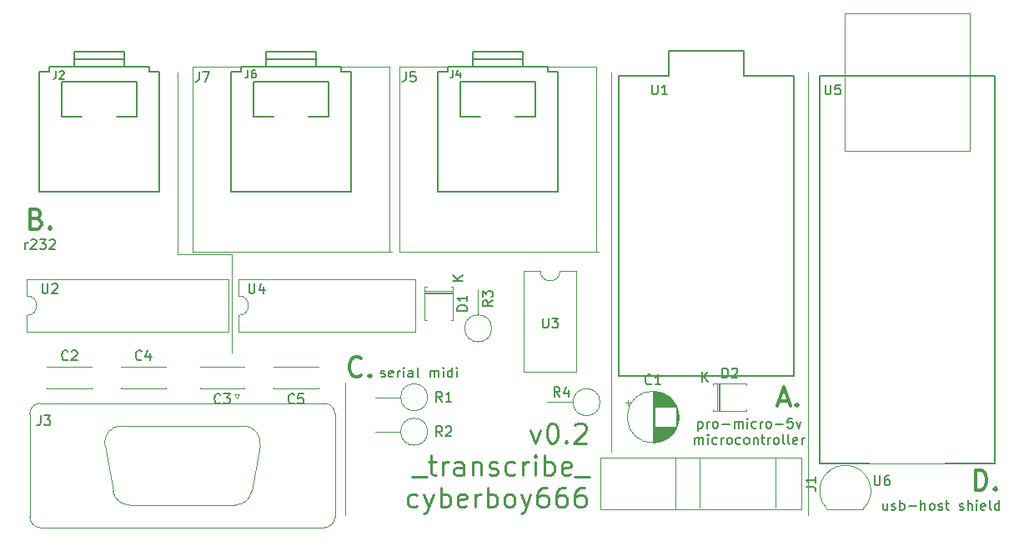
<source format=gto>
G04 #@! TF.GenerationSoftware,KiCad,Pcbnew,(5.1.4-0-10_14)*
G04 #@! TF.CreationDate,2020-03-29T18:28:35+02:00*
G04 #@! TF.ProjectId,transcribe_circuit,7472616e-7363-4726-9962-655f63697263,rev?*
G04 #@! TF.SameCoordinates,Original*
G04 #@! TF.FileFunction,Legend,Top*
G04 #@! TF.FilePolarity,Positive*
%FSLAX46Y46*%
G04 Gerber Fmt 4.6, Leading zero omitted, Abs format (unit mm)*
G04 Created by KiCad (PCBNEW (5.1.4-0-10_14)) date 2020-03-29 18:28:35*
%MOMM*%
%LPD*%
G04 APERTURE LIST*
%ADD10C,0.350000*%
%ADD11C,0.120000*%
%ADD12C,0.250000*%
%ADD13C,0.150000*%
G04 APERTURE END LIST*
D10*
X-193000000Y747595238D02*
X-193000000Y749595238D01*
X-192523809Y749595238D01*
X-192238095Y749500000D01*
X-192047619Y749309523D01*
X-191952380Y749119047D01*
X-191857142Y748738095D01*
X-191857142Y748452380D01*
X-191952380Y748071428D01*
X-192047619Y747880952D01*
X-192238095Y747690476D01*
X-192523809Y747595238D01*
X-193000000Y747595238D01*
X-191000000Y747785714D02*
X-190904761Y747690476D01*
X-191000000Y747595238D01*
X-191095238Y747690476D01*
X-191000000Y747785714D01*
X-191000000Y747595238D01*
D11*
X-268500000Y761500000D02*
X-268500000Y771500000D01*
X-274000000Y771500000D02*
X-274000000Y790000000D01*
X-268500000Y771500000D02*
X-274000000Y771500000D01*
X-257000000Y745000000D02*
X-257000000Y758500000D01*
D12*
X-238162500Y753678571D02*
X-237686309Y752345238D01*
X-237210119Y753678571D01*
X-236067261Y754345238D02*
X-235876785Y754345238D01*
X-235686309Y754250000D01*
X-235591071Y754154761D01*
X-235495833Y753964285D01*
X-235400595Y753583333D01*
X-235400595Y753107142D01*
X-235495833Y752726190D01*
X-235591071Y752535714D01*
X-235686309Y752440476D01*
X-235876785Y752345238D01*
X-236067261Y752345238D01*
X-236257738Y752440476D01*
X-236352976Y752535714D01*
X-236448214Y752726190D01*
X-236543452Y753107142D01*
X-236543452Y753583333D01*
X-236448214Y753964285D01*
X-236352976Y754154761D01*
X-236257738Y754250000D01*
X-236067261Y754345238D01*
X-234543452Y752535714D02*
X-234448214Y752440476D01*
X-234543452Y752345238D01*
X-234638690Y752440476D01*
X-234543452Y752535714D01*
X-234543452Y752345238D01*
X-233686309Y754154761D02*
X-233591071Y754250000D01*
X-233400595Y754345238D01*
X-232924404Y754345238D01*
X-232733928Y754250000D01*
X-232638690Y754154761D01*
X-232543452Y753964285D01*
X-232543452Y753773809D01*
X-232638690Y753488095D01*
X-233781547Y752345238D01*
X-232543452Y752345238D01*
X-250257738Y748904761D02*
X-248733928Y748904761D01*
X-248543452Y750428571D02*
X-247781547Y750428571D01*
X-248257738Y751095238D02*
X-248257738Y749380952D01*
X-248162500Y749190476D01*
X-247972023Y749095238D01*
X-247781547Y749095238D01*
X-247114880Y749095238D02*
X-247114880Y750428571D01*
X-247114880Y750047619D02*
X-247019642Y750238095D01*
X-246924404Y750333333D01*
X-246733928Y750428571D01*
X-246543452Y750428571D01*
X-245019642Y749095238D02*
X-245019642Y750142857D01*
X-245114880Y750333333D01*
X-245305357Y750428571D01*
X-245686309Y750428571D01*
X-245876785Y750333333D01*
X-245019642Y749190476D02*
X-245210119Y749095238D01*
X-245686309Y749095238D01*
X-245876785Y749190476D01*
X-245972023Y749380952D01*
X-245972023Y749571428D01*
X-245876785Y749761904D01*
X-245686309Y749857142D01*
X-245210119Y749857142D01*
X-245019642Y749952380D01*
X-244067261Y750428571D02*
X-244067261Y749095238D01*
X-244067261Y750238095D02*
X-243972023Y750333333D01*
X-243781547Y750428571D01*
X-243495833Y750428571D01*
X-243305357Y750333333D01*
X-243210119Y750142857D01*
X-243210119Y749095238D01*
X-242352976Y749190476D02*
X-242162500Y749095238D01*
X-241781547Y749095238D01*
X-241591071Y749190476D01*
X-241495833Y749380952D01*
X-241495833Y749476190D01*
X-241591071Y749666666D01*
X-241781547Y749761904D01*
X-242067261Y749761904D01*
X-242257738Y749857142D01*
X-242352976Y750047619D01*
X-242352976Y750142857D01*
X-242257738Y750333333D01*
X-242067261Y750428571D01*
X-241781547Y750428571D01*
X-241591071Y750333333D01*
X-239781547Y749190476D02*
X-239972023Y749095238D01*
X-240352976Y749095238D01*
X-240543452Y749190476D01*
X-240638690Y749285714D01*
X-240733928Y749476190D01*
X-240733928Y750047619D01*
X-240638690Y750238095D01*
X-240543452Y750333333D01*
X-240352976Y750428571D01*
X-239972023Y750428571D01*
X-239781547Y750333333D01*
X-238924404Y749095238D02*
X-238924404Y750428571D01*
X-238924404Y750047619D02*
X-238829166Y750238095D01*
X-238733928Y750333333D01*
X-238543452Y750428571D01*
X-238352976Y750428571D01*
X-237686309Y749095238D02*
X-237686309Y750428571D01*
X-237686309Y751095238D02*
X-237781547Y751000000D01*
X-237686309Y750904761D01*
X-237591071Y751000000D01*
X-237686309Y751095238D01*
X-237686309Y750904761D01*
X-236733928Y749095238D02*
X-236733928Y751095238D01*
X-236733928Y750333333D02*
X-236543452Y750428571D01*
X-236162500Y750428571D01*
X-235972023Y750333333D01*
X-235876785Y750238095D01*
X-235781547Y750047619D01*
X-235781547Y749476190D01*
X-235876785Y749285714D01*
X-235972023Y749190476D01*
X-236162500Y749095238D01*
X-236543452Y749095238D01*
X-236733928Y749190476D01*
X-234162500Y749190476D02*
X-234352976Y749095238D01*
X-234733928Y749095238D01*
X-234924404Y749190476D01*
X-235019642Y749380952D01*
X-235019642Y750142857D01*
X-234924404Y750333333D01*
X-234733928Y750428571D01*
X-234352976Y750428571D01*
X-234162500Y750333333D01*
X-234067261Y750142857D01*
X-234067261Y749952380D01*
X-235019642Y749761904D01*
X-233686309Y748904761D02*
X-232162500Y748904761D01*
X-249686309Y745940476D02*
X-249876785Y745845238D01*
X-250257738Y745845238D01*
X-250448214Y745940476D01*
X-250543452Y746035714D01*
X-250638690Y746226190D01*
X-250638690Y746797619D01*
X-250543452Y746988095D01*
X-250448214Y747083333D01*
X-250257738Y747178571D01*
X-249876785Y747178571D01*
X-249686309Y747083333D01*
X-249019642Y747178571D02*
X-248543452Y745845238D01*
X-248067261Y747178571D02*
X-248543452Y745845238D01*
X-248733928Y745369047D01*
X-248829166Y745273809D01*
X-249019642Y745178571D01*
X-247305357Y745845238D02*
X-247305357Y747845238D01*
X-247305357Y747083333D02*
X-247114880Y747178571D01*
X-246733928Y747178571D01*
X-246543452Y747083333D01*
X-246448214Y746988095D01*
X-246352976Y746797619D01*
X-246352976Y746226190D01*
X-246448214Y746035714D01*
X-246543452Y745940476D01*
X-246733928Y745845238D01*
X-247114880Y745845238D01*
X-247305357Y745940476D01*
X-244733928Y745940476D02*
X-244924404Y745845238D01*
X-245305357Y745845238D01*
X-245495833Y745940476D01*
X-245591071Y746130952D01*
X-245591071Y746892857D01*
X-245495833Y747083333D01*
X-245305357Y747178571D01*
X-244924404Y747178571D01*
X-244733928Y747083333D01*
X-244638690Y746892857D01*
X-244638690Y746702380D01*
X-245591071Y746511904D01*
X-243781547Y745845238D02*
X-243781547Y747178571D01*
X-243781547Y746797619D02*
X-243686309Y746988095D01*
X-243591071Y747083333D01*
X-243400595Y747178571D01*
X-243210119Y747178571D01*
X-242543452Y745845238D02*
X-242543452Y747845238D01*
X-242543452Y747083333D02*
X-242352976Y747178571D01*
X-241972023Y747178571D01*
X-241781547Y747083333D01*
X-241686309Y746988095D01*
X-241591071Y746797619D01*
X-241591071Y746226190D01*
X-241686309Y746035714D01*
X-241781547Y745940476D01*
X-241972023Y745845238D01*
X-242352976Y745845238D01*
X-242543452Y745940476D01*
X-240448214Y745845238D02*
X-240638690Y745940476D01*
X-240733928Y746035714D01*
X-240829166Y746226190D01*
X-240829166Y746797619D01*
X-240733928Y746988095D01*
X-240638690Y747083333D01*
X-240448214Y747178571D01*
X-240162500Y747178571D01*
X-239972023Y747083333D01*
X-239876785Y746988095D01*
X-239781547Y746797619D01*
X-239781547Y746226190D01*
X-239876785Y746035714D01*
X-239972023Y745940476D01*
X-240162500Y745845238D01*
X-240448214Y745845238D01*
X-239114880Y747178571D02*
X-238638690Y745845238D01*
X-238162500Y747178571D02*
X-238638690Y745845238D01*
X-238829166Y745369047D01*
X-238924404Y745273809D01*
X-239114880Y745178571D01*
X-236543452Y747845238D02*
X-236924404Y747845238D01*
X-237114880Y747750000D01*
X-237210119Y747654761D01*
X-237400595Y747369047D01*
X-237495833Y746988095D01*
X-237495833Y746226190D01*
X-237400595Y746035714D01*
X-237305357Y745940476D01*
X-237114880Y745845238D01*
X-236733928Y745845238D01*
X-236543452Y745940476D01*
X-236448214Y746035714D01*
X-236352976Y746226190D01*
X-236352976Y746702380D01*
X-236448214Y746892857D01*
X-236543452Y746988095D01*
X-236733928Y747083333D01*
X-237114880Y747083333D01*
X-237305357Y746988095D01*
X-237400595Y746892857D01*
X-237495833Y746702380D01*
X-234638690Y747845238D02*
X-235019642Y747845238D01*
X-235210119Y747750000D01*
X-235305357Y747654761D01*
X-235495833Y747369047D01*
X-235591071Y746988095D01*
X-235591071Y746226190D01*
X-235495833Y746035714D01*
X-235400595Y745940476D01*
X-235210119Y745845238D01*
X-234829166Y745845238D01*
X-234638690Y745940476D01*
X-234543452Y746035714D01*
X-234448214Y746226190D01*
X-234448214Y746702380D01*
X-234543452Y746892857D01*
X-234638690Y746988095D01*
X-234829166Y747083333D01*
X-235210119Y747083333D01*
X-235400595Y746988095D01*
X-235495833Y746892857D01*
X-235591071Y746702380D01*
X-232733928Y747845238D02*
X-233114880Y747845238D01*
X-233305357Y747750000D01*
X-233400595Y747654761D01*
X-233591071Y747369047D01*
X-233686309Y746988095D01*
X-233686309Y746226190D01*
X-233591071Y746035714D01*
X-233495833Y745940476D01*
X-233305357Y745845238D01*
X-232924404Y745845238D01*
X-232733928Y745940476D01*
X-232638690Y746035714D01*
X-232543452Y746226190D01*
X-232543452Y746702380D01*
X-232638690Y746892857D01*
X-232733928Y746988095D01*
X-232924404Y747083333D01*
X-233305357Y747083333D01*
X-233495833Y746988095D01*
X-233591071Y746892857D01*
X-233686309Y746702380D01*
D13*
X-289500000Y772047619D02*
X-289500000Y772714285D01*
X-289500000Y772523809D02*
X-289452380Y772619047D01*
X-289404761Y772666666D01*
X-289309523Y772714285D01*
X-289214285Y772714285D01*
X-288928571Y772952380D02*
X-288880952Y773000000D01*
X-288785714Y773047619D01*
X-288547619Y773047619D01*
X-288452380Y773000000D01*
X-288404761Y772952380D01*
X-288357142Y772857142D01*
X-288357142Y772761904D01*
X-288404761Y772619047D01*
X-288976190Y772047619D01*
X-288357142Y772047619D01*
X-288023809Y773047619D02*
X-287404761Y773047619D01*
X-287738095Y772666666D01*
X-287595238Y772666666D01*
X-287500000Y772619047D01*
X-287452380Y772571428D01*
X-287404761Y772476190D01*
X-287404761Y772238095D01*
X-287452380Y772142857D01*
X-287500000Y772095238D01*
X-287595238Y772047619D01*
X-287880952Y772047619D01*
X-287976190Y772095238D01*
X-288023809Y772142857D01*
X-287023809Y772952380D02*
X-286976190Y773000000D01*
X-286880952Y773047619D01*
X-286642857Y773047619D01*
X-286547619Y773000000D01*
X-286500000Y772952380D01*
X-286452380Y772857142D01*
X-286452380Y772761904D01*
X-286500000Y772619047D01*
X-287071428Y772047619D01*
X-286452380Y772047619D01*
X-253380952Y759095238D02*
X-253285714Y759047619D01*
X-253095238Y759047619D01*
X-253000000Y759095238D01*
X-252952380Y759190476D01*
X-252952380Y759238095D01*
X-253000000Y759333333D01*
X-253095238Y759380952D01*
X-253238095Y759380952D01*
X-253333333Y759428571D01*
X-253380952Y759523809D01*
X-253380952Y759571428D01*
X-253333333Y759666666D01*
X-253238095Y759714285D01*
X-253095238Y759714285D01*
X-253000000Y759666666D01*
X-252142857Y759095238D02*
X-252238095Y759047619D01*
X-252428571Y759047619D01*
X-252523809Y759095238D01*
X-252571428Y759190476D01*
X-252571428Y759571428D01*
X-252523809Y759666666D01*
X-252428571Y759714285D01*
X-252238095Y759714285D01*
X-252142857Y759666666D01*
X-252095238Y759571428D01*
X-252095238Y759476190D01*
X-252571428Y759380952D01*
X-251666666Y759047619D02*
X-251666666Y759714285D01*
X-251666666Y759523809D02*
X-251619047Y759619047D01*
X-251571428Y759666666D01*
X-251476190Y759714285D01*
X-251380952Y759714285D01*
X-251047619Y759047619D02*
X-251047619Y759714285D01*
X-251047619Y760047619D02*
X-251095238Y760000000D01*
X-251047619Y759952380D01*
X-251000000Y760000000D01*
X-251047619Y760047619D01*
X-251047619Y759952380D01*
X-250142857Y759047619D02*
X-250142857Y759571428D01*
X-250190476Y759666666D01*
X-250285714Y759714285D01*
X-250476190Y759714285D01*
X-250571428Y759666666D01*
X-250142857Y759095238D02*
X-250238095Y759047619D01*
X-250476190Y759047619D01*
X-250571428Y759095238D01*
X-250619047Y759190476D01*
X-250619047Y759285714D01*
X-250571428Y759380952D01*
X-250476190Y759428571D01*
X-250238095Y759428571D01*
X-250142857Y759476190D01*
X-249523809Y759047619D02*
X-249619047Y759095238D01*
X-249666666Y759190476D01*
X-249666666Y760047619D01*
X-248380952Y759047619D02*
X-248380952Y759714285D01*
X-248380952Y759619047D02*
X-248333333Y759666666D01*
X-248238095Y759714285D01*
X-248095238Y759714285D01*
X-248000000Y759666666D01*
X-247952380Y759571428D01*
X-247952380Y759047619D01*
X-247952380Y759571428D02*
X-247904761Y759666666D01*
X-247809523Y759714285D01*
X-247666666Y759714285D01*
X-247571428Y759666666D01*
X-247523809Y759571428D01*
X-247523809Y759047619D01*
X-247047619Y759047619D02*
X-247047619Y759714285D01*
X-247047619Y760047619D02*
X-247095238Y760000000D01*
X-247047619Y759952380D01*
X-247000000Y760000000D01*
X-247047619Y760047619D01*
X-247047619Y759952380D01*
X-246142857Y759047619D02*
X-246142857Y760047619D01*
X-246142857Y759095238D02*
X-246238095Y759047619D01*
X-246428571Y759047619D01*
X-246523809Y759095238D01*
X-246571428Y759142857D01*
X-246619047Y759238095D01*
X-246619047Y759523809D01*
X-246571428Y759619047D01*
X-246523809Y759666666D01*
X-246428571Y759714285D01*
X-246238095Y759714285D01*
X-246142857Y759666666D01*
X-245666666Y759047619D02*
X-245666666Y759714285D01*
X-245666666Y760047619D02*
X-245714285Y760000000D01*
X-245666666Y759952380D01*
X-245619047Y760000000D01*
X-245666666Y760047619D01*
X-245666666Y759952380D01*
X-221166666Y754539285D02*
X-221166666Y753539285D01*
X-221166666Y754491666D02*
X-221071428Y754539285D01*
X-220880952Y754539285D01*
X-220785714Y754491666D01*
X-220738095Y754444047D01*
X-220690476Y754348809D01*
X-220690476Y754063095D01*
X-220738095Y753967857D01*
X-220785714Y753920238D01*
X-220880952Y753872619D01*
X-221071428Y753872619D01*
X-221166666Y753920238D01*
X-220261904Y753872619D02*
X-220261904Y754539285D01*
X-220261904Y754348809D02*
X-220214285Y754444047D01*
X-220166666Y754491666D01*
X-220071428Y754539285D01*
X-219976190Y754539285D01*
X-219500000Y753872619D02*
X-219595238Y753920238D01*
X-219642857Y753967857D01*
X-219690476Y754063095D01*
X-219690476Y754348809D01*
X-219642857Y754444047D01*
X-219595238Y754491666D01*
X-219500000Y754539285D01*
X-219357142Y754539285D01*
X-219261904Y754491666D01*
X-219214285Y754444047D01*
X-219166666Y754348809D01*
X-219166666Y754063095D01*
X-219214285Y753967857D01*
X-219261904Y753920238D01*
X-219357142Y753872619D01*
X-219500000Y753872619D01*
X-218738095Y754253571D02*
X-217976190Y754253571D01*
X-217500000Y753872619D02*
X-217500000Y754539285D01*
X-217500000Y754444047D02*
X-217452380Y754491666D01*
X-217357142Y754539285D01*
X-217214285Y754539285D01*
X-217119047Y754491666D01*
X-217071428Y754396428D01*
X-217071428Y753872619D01*
X-217071428Y754396428D02*
X-217023809Y754491666D01*
X-216928571Y754539285D01*
X-216785714Y754539285D01*
X-216690476Y754491666D01*
X-216642857Y754396428D01*
X-216642857Y753872619D01*
X-216166666Y753872619D02*
X-216166666Y754539285D01*
X-216166666Y754872619D02*
X-216214285Y754825000D01*
X-216166666Y754777380D01*
X-216119047Y754825000D01*
X-216166666Y754872619D01*
X-216166666Y754777380D01*
X-215261904Y753920238D02*
X-215357142Y753872619D01*
X-215547619Y753872619D01*
X-215642857Y753920238D01*
X-215690476Y753967857D01*
X-215738095Y754063095D01*
X-215738095Y754348809D01*
X-215690476Y754444047D01*
X-215642857Y754491666D01*
X-215547619Y754539285D01*
X-215357142Y754539285D01*
X-215261904Y754491666D01*
X-214833333Y753872619D02*
X-214833333Y754539285D01*
X-214833333Y754348809D02*
X-214785714Y754444047D01*
X-214738095Y754491666D01*
X-214642857Y754539285D01*
X-214547619Y754539285D01*
X-214071428Y753872619D02*
X-214166666Y753920238D01*
X-214214285Y753967857D01*
X-214261904Y754063095D01*
X-214261904Y754348809D01*
X-214214285Y754444047D01*
X-214166666Y754491666D01*
X-214071428Y754539285D01*
X-213928571Y754539285D01*
X-213833333Y754491666D01*
X-213785714Y754444047D01*
X-213738095Y754348809D01*
X-213738095Y754063095D01*
X-213785714Y753967857D01*
X-213833333Y753920238D01*
X-213928571Y753872619D01*
X-214071428Y753872619D01*
X-213309523Y754253571D02*
X-212547619Y754253571D01*
X-211595238Y754872619D02*
X-212071428Y754872619D01*
X-212119047Y754396428D01*
X-212071428Y754444047D01*
X-211976190Y754491666D01*
X-211738095Y754491666D01*
X-211642857Y754444047D01*
X-211595238Y754396428D01*
X-211547619Y754301190D01*
X-211547619Y754063095D01*
X-211595238Y753967857D01*
X-211642857Y753920238D01*
X-211738095Y753872619D01*
X-211976190Y753872619D01*
X-212071428Y753920238D01*
X-212119047Y753967857D01*
X-211214285Y754539285D02*
X-210976190Y753872619D01*
X-210738095Y754539285D01*
X-221500000Y752222619D02*
X-221500000Y752889285D01*
X-221500000Y752794047D02*
X-221452380Y752841666D01*
X-221357142Y752889285D01*
X-221214285Y752889285D01*
X-221119047Y752841666D01*
X-221071428Y752746428D01*
X-221071428Y752222619D01*
X-221071428Y752746428D02*
X-221023809Y752841666D01*
X-220928571Y752889285D01*
X-220785714Y752889285D01*
X-220690476Y752841666D01*
X-220642857Y752746428D01*
X-220642857Y752222619D01*
X-220166666Y752222619D02*
X-220166666Y752889285D01*
X-220166666Y753222619D02*
X-220214285Y753175000D01*
X-220166666Y753127380D01*
X-220119047Y753175000D01*
X-220166666Y753222619D01*
X-220166666Y753127380D01*
X-219261904Y752270238D02*
X-219357142Y752222619D01*
X-219547619Y752222619D01*
X-219642857Y752270238D01*
X-219690476Y752317857D01*
X-219738095Y752413095D01*
X-219738095Y752698809D01*
X-219690476Y752794047D01*
X-219642857Y752841666D01*
X-219547619Y752889285D01*
X-219357142Y752889285D01*
X-219261904Y752841666D01*
X-218833333Y752222619D02*
X-218833333Y752889285D01*
X-218833333Y752698809D02*
X-218785714Y752794047D01*
X-218738095Y752841666D01*
X-218642857Y752889285D01*
X-218547619Y752889285D01*
X-218071428Y752222619D02*
X-218166666Y752270238D01*
X-218214285Y752317857D01*
X-218261904Y752413095D01*
X-218261904Y752698809D01*
X-218214285Y752794047D01*
X-218166666Y752841666D01*
X-218071428Y752889285D01*
X-217928571Y752889285D01*
X-217833333Y752841666D01*
X-217785714Y752794047D01*
X-217738095Y752698809D01*
X-217738095Y752413095D01*
X-217785714Y752317857D01*
X-217833333Y752270238D01*
X-217928571Y752222619D01*
X-218071428Y752222619D01*
X-216880952Y752270238D02*
X-216976190Y752222619D01*
X-217166666Y752222619D01*
X-217261904Y752270238D01*
X-217309523Y752317857D01*
X-217357142Y752413095D01*
X-217357142Y752698809D01*
X-217309523Y752794047D01*
X-217261904Y752841666D01*
X-217166666Y752889285D01*
X-216976190Y752889285D01*
X-216880952Y752841666D01*
X-216309523Y752222619D02*
X-216404761Y752270238D01*
X-216452380Y752317857D01*
X-216500000Y752413095D01*
X-216500000Y752698809D01*
X-216452380Y752794047D01*
X-216404761Y752841666D01*
X-216309523Y752889285D01*
X-216166666Y752889285D01*
X-216071428Y752841666D01*
X-216023809Y752794047D01*
X-215976190Y752698809D01*
X-215976190Y752413095D01*
X-216023809Y752317857D01*
X-216071428Y752270238D01*
X-216166666Y752222619D01*
X-216309523Y752222619D01*
X-215547619Y752889285D02*
X-215547619Y752222619D01*
X-215547619Y752794047D02*
X-215500000Y752841666D01*
X-215404761Y752889285D01*
X-215261904Y752889285D01*
X-215166666Y752841666D01*
X-215119047Y752746428D01*
X-215119047Y752222619D01*
X-214785714Y752889285D02*
X-214404761Y752889285D01*
X-214642857Y753222619D02*
X-214642857Y752365476D01*
X-214595238Y752270238D01*
X-214500000Y752222619D01*
X-214404761Y752222619D01*
X-214071428Y752222619D02*
X-214071428Y752889285D01*
X-214071428Y752698809D02*
X-214023809Y752794047D01*
X-213976190Y752841666D01*
X-213880952Y752889285D01*
X-213785714Y752889285D01*
X-213309523Y752222619D02*
X-213404761Y752270238D01*
X-213452380Y752317857D01*
X-213500000Y752413095D01*
X-213500000Y752698809D01*
X-213452380Y752794047D01*
X-213404761Y752841666D01*
X-213309523Y752889285D01*
X-213166666Y752889285D01*
X-213071428Y752841666D01*
X-213023809Y752794047D01*
X-212976190Y752698809D01*
X-212976190Y752413095D01*
X-213023809Y752317857D01*
X-213071428Y752270238D01*
X-213166666Y752222619D01*
X-213309523Y752222619D01*
X-212404761Y752222619D02*
X-212500000Y752270238D01*
X-212547619Y752365476D01*
X-212547619Y753222619D01*
X-211880952Y752222619D02*
X-211976190Y752270238D01*
X-212023809Y752365476D01*
X-212023809Y753222619D01*
X-211119047Y752270238D02*
X-211214285Y752222619D01*
X-211404761Y752222619D01*
X-211499999Y752270238D01*
X-211547619Y752365476D01*
X-211547619Y752746428D01*
X-211499999Y752841666D01*
X-211404761Y752889285D01*
X-211214285Y752889285D01*
X-211119047Y752841666D01*
X-211071428Y752746428D01*
X-211071428Y752651190D01*
X-211547619Y752555952D01*
X-210642857Y752222619D02*
X-210642857Y752889285D01*
X-210642857Y752698809D02*
X-210595238Y752794047D01*
X-210547619Y752841666D01*
X-210452380Y752889285D01*
X-210357142Y752889285D01*
X-201976190Y746214285D02*
X-201976190Y745547619D01*
X-202404761Y746214285D02*
X-202404761Y745690476D01*
X-202357142Y745595238D01*
X-202261904Y745547619D01*
X-202119047Y745547619D01*
X-202023809Y745595238D01*
X-201976190Y745642857D01*
X-201547619Y745595238D02*
X-201452380Y745547619D01*
X-201261904Y745547619D01*
X-201166666Y745595238D01*
X-201119047Y745690476D01*
X-201119047Y745738095D01*
X-201166666Y745833333D01*
X-201261904Y745880952D01*
X-201404761Y745880952D01*
X-201500000Y745928571D01*
X-201547619Y746023809D01*
X-201547619Y746071428D01*
X-201500000Y746166666D01*
X-201404761Y746214285D01*
X-201261904Y746214285D01*
X-201166666Y746166666D01*
X-200690476Y745547619D02*
X-200690476Y746547619D01*
X-200690476Y746166666D02*
X-200595238Y746214285D01*
X-200404761Y746214285D01*
X-200309523Y746166666D01*
X-200261904Y746119047D01*
X-200214285Y746023809D01*
X-200214285Y745738095D01*
X-200261904Y745642857D01*
X-200309523Y745595238D01*
X-200404761Y745547619D01*
X-200595238Y745547619D01*
X-200690476Y745595238D01*
X-199785714Y745928571D02*
X-199023809Y745928571D01*
X-198547619Y745547619D02*
X-198547619Y746547619D01*
X-198119047Y745547619D02*
X-198119047Y746071428D01*
X-198166666Y746166666D01*
X-198261904Y746214285D01*
X-198404761Y746214285D01*
X-198500000Y746166666D01*
X-198547619Y746119047D01*
X-197500000Y745547619D02*
X-197595238Y745595238D01*
X-197642857Y745642857D01*
X-197690476Y745738095D01*
X-197690476Y746023809D01*
X-197642857Y746119047D01*
X-197595238Y746166666D01*
X-197500000Y746214285D01*
X-197357142Y746214285D01*
X-197261904Y746166666D01*
X-197214285Y746119047D01*
X-197166666Y746023809D01*
X-197166666Y745738095D01*
X-197214285Y745642857D01*
X-197261904Y745595238D01*
X-197357142Y745547619D01*
X-197500000Y745547619D01*
X-196785714Y745595238D02*
X-196690476Y745547619D01*
X-196500000Y745547619D01*
X-196404761Y745595238D01*
X-196357142Y745690476D01*
X-196357142Y745738095D01*
X-196404761Y745833333D01*
X-196500000Y745880952D01*
X-196642857Y745880952D01*
X-196738095Y745928571D01*
X-196785714Y746023809D01*
X-196785714Y746071428D01*
X-196738095Y746166666D01*
X-196642857Y746214285D01*
X-196500000Y746214285D01*
X-196404761Y746166666D01*
X-196071428Y746214285D02*
X-195690476Y746214285D01*
X-195928571Y746547619D02*
X-195928571Y745690476D01*
X-195880952Y745595238D01*
X-195785714Y745547619D01*
X-195690476Y745547619D01*
X-194642857Y745595238D02*
X-194547619Y745547619D01*
X-194357142Y745547619D01*
X-194261904Y745595238D01*
X-194214285Y745690476D01*
X-194214285Y745738095D01*
X-194261904Y745833333D01*
X-194357142Y745880952D01*
X-194500000Y745880952D01*
X-194595238Y745928571D01*
X-194642857Y746023809D01*
X-194642857Y746071428D01*
X-194595238Y746166666D01*
X-194500000Y746214285D01*
X-194357142Y746214285D01*
X-194261904Y746166666D01*
X-193785714Y745547619D02*
X-193785714Y746547619D01*
X-193357142Y745547619D02*
X-193357142Y746071428D01*
X-193404761Y746166666D01*
X-193500000Y746214285D01*
X-193642857Y746214285D01*
X-193738095Y746166666D01*
X-193785714Y746119047D01*
X-192880952Y745547619D02*
X-192880952Y746214285D01*
X-192880952Y746547619D02*
X-192928571Y746500000D01*
X-192880952Y746452380D01*
X-192833333Y746500000D01*
X-192880952Y746547619D01*
X-192880952Y746452380D01*
X-192023809Y745595238D02*
X-192119047Y745547619D01*
X-192309523Y745547619D01*
X-192404761Y745595238D01*
X-192452380Y745690476D01*
X-192452380Y746071428D01*
X-192404761Y746166666D01*
X-192309523Y746214285D01*
X-192119047Y746214285D01*
X-192023809Y746166666D01*
X-191976190Y746071428D01*
X-191976190Y745976190D01*
X-192452380Y745880952D01*
X-191404761Y745547619D02*
X-191500000Y745595238D01*
X-191547619Y745690476D01*
X-191547619Y746547619D01*
X-190595238Y745547619D02*
X-190595238Y746547619D01*
X-190595238Y745595238D02*
X-190690476Y745547619D01*
X-190880952Y745547619D01*
X-190976190Y745595238D01*
X-191023809Y745642857D01*
X-191071428Y745738095D01*
X-191071428Y746023809D01*
X-191023809Y746119047D01*
X-190976190Y746166666D01*
X-190880952Y746214285D01*
X-190690476Y746214285D01*
X-190595238Y746166666D01*
D10*
X-255357142Y759285714D02*
X-255452380Y759190476D01*
X-255738095Y759095238D01*
X-255928571Y759095238D01*
X-256214285Y759190476D01*
X-256404761Y759380952D01*
X-256500000Y759571428D01*
X-256595238Y759952380D01*
X-256595238Y760238095D01*
X-256500000Y760619047D01*
X-256404761Y760809523D01*
X-256214285Y761000000D01*
X-255928571Y761095238D01*
X-255738095Y761095238D01*
X-255452380Y761000000D01*
X-255357142Y760904761D01*
X-254500000Y759285714D02*
X-254404761Y759190476D01*
X-254500000Y759095238D01*
X-254595238Y759190476D01*
X-254500000Y759285714D01*
X-254500000Y759095238D01*
X-288333333Y775142857D02*
X-288047619Y775047619D01*
X-287952380Y774952380D01*
X-287857142Y774761904D01*
X-287857142Y774476190D01*
X-287952380Y774285714D01*
X-288047619Y774190476D01*
X-288238095Y774095238D01*
X-289000000Y774095238D01*
X-289000000Y776095238D01*
X-288333333Y776095238D01*
X-288142857Y776000000D01*
X-288047619Y775904761D01*
X-287952380Y775714285D01*
X-287952380Y775523809D01*
X-288047619Y775333333D01*
X-288142857Y775238095D01*
X-288333333Y775142857D01*
X-289000000Y775142857D01*
X-287000000Y774285714D02*
X-286904761Y774190476D01*
X-287000000Y774095238D01*
X-287095238Y774190476D01*
X-287000000Y774285714D01*
X-287000000Y774095238D01*
X-212952380Y756666666D02*
X-212000000Y756666666D01*
X-213142857Y756095238D02*
X-212476190Y758095238D01*
X-211809523Y756095238D01*
X-211142857Y756285714D02*
X-211047619Y756190476D01*
X-211142857Y756095238D01*
X-211238095Y756190476D01*
X-211142857Y756285714D01*
X-211142857Y756095238D01*
D11*
X-230000000Y790000000D02*
X-230000000Y751500000D01*
X-210000000Y745000000D02*
X-210000000Y754000000D01*
X-210000000Y790000000D02*
X-210000000Y745000000D01*
X-246260000Y768260000D02*
X-246080000Y768260000D01*
X-246080000Y768260000D02*
X-246080000Y764820000D01*
X-246080000Y764820000D02*
X-246260000Y764820000D01*
X-248740000Y768260000D02*
X-248920000Y768260000D01*
X-248920000Y768260000D02*
X-248920000Y764820000D01*
X-248920000Y764820000D02*
X-248740000Y764820000D01*
X-246080000Y767660000D02*
X-248920000Y767660000D01*
X-246080000Y767540000D02*
X-248920000Y767540000D01*
X-246080000Y767780000D02*
X-248920000Y767780000D01*
X-252500000Y771750000D02*
X-252500000Y790540000D01*
X-252500000Y790540000D02*
X-272500000Y790540000D01*
X-272500000Y771750000D02*
X-272500000Y790540000D01*
X-252250000Y771750000D02*
X-272500000Y771750000D01*
D13*
X-235404000Y777904000D02*
X-247596000Y777904000D01*
X-235404000Y790096000D02*
X-235404000Y777904000D01*
X-247596000Y777904000D02*
X-247596000Y790096000D01*
X-244040000Y792128000D02*
X-238960000Y792128000D01*
X-236420000Y790604000D02*
X-236420000Y790096000D01*
X-246580000Y790604000D02*
X-236420000Y790604000D01*
X-246580000Y790350000D02*
X-246580000Y790604000D01*
X-246580000Y790096000D02*
X-246580000Y790350000D01*
X-244040000Y791366000D02*
X-238960000Y791366000D01*
X-238960000Y790604000D02*
X-238960000Y792128000D01*
X-244040000Y792128000D02*
X-244040000Y790604000D01*
X-235404000Y790096000D02*
X-236420000Y790096000D01*
X-246580000Y790096000D02*
X-247596000Y790096000D01*
X-237690000Y785524000D02*
X-239722000Y785524000D01*
X-237690000Y789080000D02*
X-237690000Y785524000D01*
X-245310000Y789080000D02*
X-237690000Y789080000D01*
X-245310000Y785524000D02*
X-245310000Y789080000D01*
X-243278000Y785524000D02*
X-245310000Y785524000D01*
X-208790000Y789630000D02*
X-191010000Y789630000D01*
X-208790000Y750260000D02*
X-208790000Y789630000D01*
X-203710000Y750260000D02*
X-208790000Y750260000D01*
X-191010000Y750260000D02*
X-196090000Y750260000D01*
X-191010000Y750260000D02*
X-191010000Y789630000D01*
D11*
X-203710000Y750260000D02*
X-196090000Y750260000D01*
X-206250000Y782010000D02*
X-193550000Y782010000D01*
X-193550000Y782010000D02*
X-193550000Y795980000D01*
X-193550000Y795980000D02*
X-206250000Y795980000D01*
X-206250000Y795980000D02*
X-206250000Y782010000D01*
X-251370000Y753500000D02*
X-253980000Y753500000D01*
X-248630000Y753500000D02*
G75*
G03X-248630000Y753500000I-1370000J0D01*
G01*
X-287965000Y756390000D02*
G75*
G03X-289025000Y755330000I0J-1060000D01*
G01*
X-258055000Y755330000D02*
G75*
G03X-259115000Y756390000I-1060000J0D01*
G01*
X-287965000Y743770000D02*
G75*
G02X-289025000Y744830000I0J1060000D01*
G01*
X-259115000Y743770000D02*
G75*
G03X-258055000Y744830000I0J1060000D01*
G01*
X-281406470Y752141744D02*
G75*
G02X-279771689Y754090000I1634781J288256D01*
G01*
X-265673530Y752141744D02*
G75*
G03X-267308311Y754090000I-1634781J288256D01*
G01*
X-280577733Y747441744D02*
G75*
G03X-278942952Y746070000I1634781J288256D01*
G01*
X-266502267Y747441744D02*
G75*
G02X-268137048Y746070000I-1634781J288256D01*
G01*
X-287965000Y756390000D02*
X-259115000Y756390000D01*
X-258055000Y755330000D02*
X-258055000Y744830000D01*
X-259115000Y743770000D02*
X-287965000Y743770000D01*
X-289025000Y744830000D02*
X-289025000Y755330000D01*
X-268250000Y757284338D02*
X-267750000Y757284338D01*
X-267750000Y757284338D02*
X-268000000Y756851325D01*
X-268000000Y756851325D02*
X-268250000Y757284338D01*
X-279771689Y754090000D02*
X-267308311Y754090000D01*
X-278942952Y746070000D02*
X-268137048Y746070000D01*
X-265673530Y752141744D02*
X-266502267Y747441744D01*
X-281406470Y752141744D02*
X-280577733Y747441744D01*
X-289330000Y767310000D02*
G75*
G02X-289330000Y765310000I0J-1000000D01*
G01*
X-289330000Y765310000D02*
X-289330000Y763660000D01*
X-289330000Y763660000D02*
X-268890000Y763660000D01*
X-268890000Y763660000D02*
X-268890000Y768960000D01*
X-268890000Y768960000D02*
X-289330000Y768960000D01*
X-289330000Y768960000D02*
X-289330000Y767310000D01*
X-208030000Y745650000D02*
X-204430000Y745650000D01*
X-208068478Y745661522D02*
G75*
G02X-206230000Y750100000I1838478J1838478D01*
G01*
X-204391522Y745661522D02*
G75*
G03X-206230000Y750100000I-1838478J1838478D01*
G01*
X-235190000Y769830000D02*
G75*
G02X-237190000Y769830000I-1000000J0D01*
G01*
X-237190000Y769830000D02*
X-238840000Y769830000D01*
X-238840000Y769830000D02*
X-238840000Y759550000D01*
X-238840000Y759550000D02*
X-233540000Y759550000D01*
X-233540000Y759550000D02*
X-233540000Y769830000D01*
X-233540000Y769830000D02*
X-235190000Y769830000D01*
X-242130000Y764000000D02*
G75*
G03X-242130000Y764000000I-1370000J0D01*
G01*
X-243500000Y765370000D02*
X-243500000Y767980000D01*
X-233870000Y756500000D02*
X-236480000Y756500000D01*
X-231130000Y756500000D02*
G75*
G03X-231130000Y756500000I-1370000J0D01*
G01*
X-248630000Y757000000D02*
G75*
G03X-248630000Y757000000I-1370000J0D01*
G01*
X-251370000Y757000000D02*
X-253980000Y757000000D01*
X-267830000Y767310000D02*
G75*
G02X-267830000Y765310000I0J-1000000D01*
G01*
X-267830000Y765310000D02*
X-267830000Y763660000D01*
X-267830000Y763660000D02*
X-249930000Y763660000D01*
X-249930000Y763660000D02*
X-249930000Y768960000D01*
X-249930000Y768960000D02*
X-267830000Y768960000D01*
X-267830000Y768960000D02*
X-267830000Y767310000D01*
D13*
X-211410000Y759160000D02*
X-229190000Y759160000D01*
X-211410000Y789640000D02*
X-211410000Y759160000D01*
X-216490000Y789640000D02*
X-211410000Y789640000D01*
X-216490000Y792180000D02*
X-216490000Y789640000D01*
X-224110000Y792180000D02*
X-216490000Y792180000D01*
X-224110000Y789640000D02*
X-224110000Y792180000D01*
X-229190000Y789640000D02*
X-224110000Y789640000D01*
X-229190000Y789640000D02*
X-229190000Y759160000D01*
D11*
X-223130000Y755000000D02*
G75*
G03X-223130000Y755000000I-2620000J0D01*
G01*
X-225750000Y757580000D02*
X-225750000Y752420000D01*
X-225710000Y757580000D02*
X-225710000Y752420000D01*
X-225670000Y757579000D02*
X-225670000Y752421000D01*
X-225630000Y757578000D02*
X-225630000Y752422000D01*
X-225590000Y757576000D02*
X-225590000Y752424000D01*
X-225550000Y757573000D02*
X-225550000Y752427000D01*
X-225510000Y757569000D02*
X-225510000Y756040000D01*
X-225510000Y753960000D02*
X-225510000Y752431000D01*
X-225470000Y757565000D02*
X-225470000Y756040000D01*
X-225470000Y753960000D02*
X-225470000Y752435000D01*
X-225430000Y757561000D02*
X-225430000Y756040000D01*
X-225430000Y753960000D02*
X-225430000Y752439000D01*
X-225390000Y757556000D02*
X-225390000Y756040000D01*
X-225390000Y753960000D02*
X-225390000Y752444000D01*
X-225350000Y757550000D02*
X-225350000Y756040000D01*
X-225350000Y753960000D02*
X-225350000Y752450000D01*
X-225310000Y757543000D02*
X-225310000Y756040000D01*
X-225310000Y753960000D02*
X-225310000Y752457000D01*
X-225270000Y757536000D02*
X-225270000Y756040000D01*
X-225270000Y753960000D02*
X-225270000Y752464000D01*
X-225230000Y757528000D02*
X-225230000Y756040000D01*
X-225230000Y753960000D02*
X-225230000Y752472000D01*
X-225190000Y757520000D02*
X-225190000Y756040000D01*
X-225190000Y753960000D02*
X-225190000Y752480000D01*
X-225150000Y757511000D02*
X-225150000Y756040000D01*
X-225150000Y753960000D02*
X-225150000Y752489000D01*
X-225110000Y757501000D02*
X-225110000Y756040000D01*
X-225110000Y753960000D02*
X-225110000Y752499000D01*
X-225070000Y757491000D02*
X-225070000Y756040000D01*
X-225070000Y753960000D02*
X-225070000Y752509000D01*
X-225029000Y757480000D02*
X-225029000Y756040000D01*
X-225029000Y753960000D02*
X-225029000Y752520000D01*
X-224989000Y757468000D02*
X-224989000Y756040000D01*
X-224989000Y753960000D02*
X-224989000Y752532000D01*
X-224949000Y757455000D02*
X-224949000Y756040000D01*
X-224949000Y753960000D02*
X-224949000Y752545000D01*
X-224909000Y757442000D02*
X-224909000Y756040000D01*
X-224909000Y753960000D02*
X-224909000Y752558000D01*
X-224869000Y757428000D02*
X-224869000Y756040000D01*
X-224869000Y753960000D02*
X-224869000Y752572000D01*
X-224829000Y757414000D02*
X-224829000Y756040000D01*
X-224829000Y753960000D02*
X-224829000Y752586000D01*
X-224789000Y757398000D02*
X-224789000Y756040000D01*
X-224789000Y753960000D02*
X-224789000Y752602000D01*
X-224749000Y757382000D02*
X-224749000Y756040000D01*
X-224749000Y753960000D02*
X-224749000Y752618000D01*
X-224709000Y757365000D02*
X-224709000Y756040000D01*
X-224709000Y753960000D02*
X-224709000Y752635000D01*
X-224669000Y757348000D02*
X-224669000Y756040000D01*
X-224669000Y753960000D02*
X-224669000Y752652000D01*
X-224629000Y757329000D02*
X-224629000Y756040000D01*
X-224629000Y753960000D02*
X-224629000Y752671000D01*
X-224589000Y757310000D02*
X-224589000Y756040000D01*
X-224589000Y753960000D02*
X-224589000Y752690000D01*
X-224549000Y757290000D02*
X-224549000Y756040000D01*
X-224549000Y753960000D02*
X-224549000Y752710000D01*
X-224509000Y757268000D02*
X-224509000Y756040000D01*
X-224509000Y753960000D02*
X-224509000Y752732000D01*
X-224469000Y757247000D02*
X-224469000Y756040000D01*
X-224469000Y753960000D02*
X-224469000Y752753000D01*
X-224429000Y757224000D02*
X-224429000Y756040000D01*
X-224429000Y753960000D02*
X-224429000Y752776000D01*
X-224389000Y757200000D02*
X-224389000Y756040000D01*
X-224389000Y753960000D02*
X-224389000Y752800000D01*
X-224349000Y757175000D02*
X-224349000Y756040000D01*
X-224349000Y753960000D02*
X-224349000Y752825000D01*
X-224309000Y757149000D02*
X-224309000Y756040000D01*
X-224309000Y753960000D02*
X-224309000Y752851000D01*
X-224269000Y757122000D02*
X-224269000Y756040000D01*
X-224269000Y753960000D02*
X-224269000Y752878000D01*
X-224229000Y757095000D02*
X-224229000Y756040000D01*
X-224229000Y753960000D02*
X-224229000Y752905000D01*
X-224189000Y757065000D02*
X-224189000Y756040000D01*
X-224189000Y753960000D02*
X-224189000Y752935000D01*
X-224149000Y757035000D02*
X-224149000Y756040000D01*
X-224149000Y753960000D02*
X-224149000Y752965000D01*
X-224109000Y757004000D02*
X-224109000Y756040000D01*
X-224109000Y753960000D02*
X-224109000Y752996000D01*
X-224069000Y756971000D02*
X-224069000Y756040000D01*
X-224069000Y753960000D02*
X-224069000Y753029000D01*
X-224029000Y756937000D02*
X-224029000Y756040000D01*
X-224029000Y753960000D02*
X-224029000Y753063000D01*
X-223989000Y756901000D02*
X-223989000Y756040000D01*
X-223989000Y753960000D02*
X-223989000Y753099000D01*
X-223949000Y756864000D02*
X-223949000Y756040000D01*
X-223949000Y753960000D02*
X-223949000Y753136000D01*
X-223909000Y756826000D02*
X-223909000Y756040000D01*
X-223909000Y753960000D02*
X-223909000Y753174000D01*
X-223869000Y756785000D02*
X-223869000Y756040000D01*
X-223869000Y753960000D02*
X-223869000Y753215000D01*
X-223829000Y756743000D02*
X-223829000Y756040000D01*
X-223829000Y753960000D02*
X-223829000Y753257000D01*
X-223789000Y756699000D02*
X-223789000Y756040000D01*
X-223789000Y753960000D02*
X-223789000Y753301000D01*
X-223749000Y756653000D02*
X-223749000Y756040000D01*
X-223749000Y753960000D02*
X-223749000Y753347000D01*
X-223709000Y756605000D02*
X-223709000Y756040000D01*
X-223709000Y753960000D02*
X-223709000Y753395000D01*
X-223669000Y756554000D02*
X-223669000Y756040000D01*
X-223669000Y753960000D02*
X-223669000Y753446000D01*
X-223629000Y756500000D02*
X-223629000Y756040000D01*
X-223629000Y753960000D02*
X-223629000Y753500000D01*
X-223589000Y756443000D02*
X-223589000Y756040000D01*
X-223589000Y753960000D02*
X-223589000Y753557000D01*
X-223549000Y756383000D02*
X-223549000Y756040000D01*
X-223549000Y753960000D02*
X-223549000Y753617000D01*
X-223509000Y756319000D02*
X-223509000Y756040000D01*
X-223509000Y753960000D02*
X-223509000Y753681000D01*
X-223469000Y756251000D02*
X-223469000Y756040000D01*
X-223469000Y753960000D02*
X-223469000Y753749000D01*
X-223429000Y756178000D02*
X-223429000Y753822000D01*
X-223389000Y756098000D02*
X-223389000Y753902000D01*
X-223349000Y756011000D02*
X-223349000Y753989000D01*
X-223309000Y755915000D02*
X-223309000Y754085000D01*
X-223269000Y755805000D02*
X-223269000Y754195000D01*
X-223229000Y755677000D02*
X-223229000Y754323000D01*
X-223189000Y755518000D02*
X-223189000Y754482000D01*
X-223149000Y755284000D02*
X-223149000Y754716000D01*
X-228554775Y756475000D02*
X-228054775Y756475000D01*
X-228304775Y756725000D02*
X-228304775Y756225000D01*
X-287270000Y760070000D02*
X-282730000Y760070000D01*
X-287270000Y757930000D02*
X-282730000Y757930000D01*
X-287270000Y760070000D02*
X-287270000Y760055000D01*
X-287270000Y757945000D02*
X-287270000Y757930000D01*
X-282730000Y760070000D02*
X-282730000Y760055000D01*
X-282730000Y757945000D02*
X-282730000Y757930000D01*
X-267230000Y757930000D02*
X-271770000Y757930000D01*
X-267230000Y760070000D02*
X-271770000Y760070000D01*
X-267230000Y757930000D02*
X-267230000Y757945000D01*
X-267230000Y760055000D02*
X-267230000Y760070000D01*
X-271770000Y757930000D02*
X-271770000Y757945000D01*
X-271770000Y760055000D02*
X-271770000Y760070000D01*
X-275230000Y757945000D02*
X-275230000Y757930000D01*
X-275230000Y760070000D02*
X-275230000Y760055000D01*
X-279770000Y757945000D02*
X-279770000Y757930000D01*
X-279770000Y760070000D02*
X-279770000Y760055000D01*
X-279770000Y757930000D02*
X-275230000Y757930000D01*
X-279770000Y760070000D02*
X-275230000Y760070000D01*
X-264270000Y760055000D02*
X-264270000Y760070000D01*
X-264270000Y757930000D02*
X-264270000Y757945000D01*
X-259730000Y760055000D02*
X-259730000Y760070000D01*
X-259730000Y757930000D02*
X-259730000Y757945000D01*
X-259730000Y760070000D02*
X-264270000Y760070000D01*
X-259730000Y757930000D02*
X-264270000Y757930000D01*
X-219200000Y758420000D02*
X-219200000Y755580000D01*
X-218960000Y758420000D02*
X-218960000Y755580000D01*
X-219080000Y758420000D02*
X-219080000Y755580000D01*
X-216240000Y755580000D02*
X-216240000Y755760000D01*
X-219680000Y755580000D02*
X-216240000Y755580000D01*
X-219680000Y755760000D02*
X-219680000Y755580000D01*
X-216240000Y758420000D02*
X-216240000Y758240000D01*
X-219680000Y758420000D02*
X-216240000Y758420000D01*
X-219680000Y758240000D02*
X-219680000Y758420000D01*
X-231110000Y750830000D02*
X-231110000Y745630000D01*
X-213270000Y750830000D02*
X-231110000Y750830000D01*
X-210670000Y745630000D02*
X-231110000Y745630000D01*
X-213270000Y750830000D02*
X-213270000Y745750000D01*
X-210670000Y748230000D02*
X-210670000Y745630000D01*
X-213250000Y750830000D02*
X-210670000Y750830000D01*
X-210670000Y750830000D02*
X-210670000Y748250000D01*
X-221000000Y750830000D02*
X-221000000Y745750000D01*
X-223500000Y750750000D02*
X-223500000Y745670000D01*
D13*
X-275904000Y777904000D02*
X-288096000Y777904000D01*
X-275904000Y790096000D02*
X-275904000Y777904000D01*
X-288096000Y777904000D02*
X-288096000Y790096000D01*
X-284540000Y792128000D02*
X-279460000Y792128000D01*
X-276920000Y790604000D02*
X-276920000Y790096000D01*
X-287080000Y790604000D02*
X-276920000Y790604000D01*
X-287080000Y790350000D02*
X-287080000Y790604000D01*
X-287080000Y790096000D02*
X-287080000Y790350000D01*
X-284540000Y791366000D02*
X-279460000Y791366000D01*
X-279460000Y790604000D02*
X-279460000Y792128000D01*
X-284540000Y792128000D02*
X-284540000Y790604000D01*
X-275904000Y790096000D02*
X-276920000Y790096000D01*
X-287080000Y790096000D02*
X-288096000Y790096000D01*
X-278190000Y785524000D02*
X-280222000Y785524000D01*
X-278190000Y789080000D02*
X-278190000Y785524000D01*
X-285810000Y789080000D02*
X-278190000Y789080000D01*
X-285810000Y785524000D02*
X-285810000Y789080000D01*
X-283778000Y785524000D02*
X-285810000Y785524000D01*
D11*
X-231250000Y771750000D02*
X-251500000Y771750000D01*
X-251500000Y771750000D02*
X-251500000Y790540000D01*
X-231500000Y790540000D02*
X-251500000Y790540000D01*
X-231500000Y771750000D02*
X-231500000Y790540000D01*
D13*
X-264278000Y785524000D02*
X-266310000Y785524000D01*
X-266310000Y785524000D02*
X-266310000Y789080000D01*
X-266310000Y789080000D02*
X-258690000Y789080000D01*
X-258690000Y789080000D02*
X-258690000Y785524000D01*
X-258690000Y785524000D02*
X-260722000Y785524000D01*
X-267580000Y790096000D02*
X-268596000Y790096000D01*
X-256404000Y790096000D02*
X-257420000Y790096000D01*
X-265040000Y792128000D02*
X-265040000Y790604000D01*
X-259960000Y790604000D02*
X-259960000Y792128000D01*
X-265040000Y791366000D02*
X-259960000Y791366000D01*
X-267580000Y790096000D02*
X-267580000Y790350000D01*
X-267580000Y790350000D02*
X-267580000Y790604000D01*
X-267580000Y790604000D02*
X-257420000Y790604000D01*
X-257420000Y790604000D02*
X-257420000Y790096000D01*
X-265040000Y792128000D02*
X-259960000Y792128000D01*
X-268596000Y777904000D02*
X-268596000Y790096000D01*
X-256404000Y790096000D02*
X-256404000Y777904000D01*
X-256404000Y777904000D02*
X-268596000Y777904000D01*
X-244627619Y765801904D02*
X-245627619Y765801904D01*
X-245627619Y766040000D01*
X-245580000Y766182857D01*
X-245484761Y766278095D01*
X-245389523Y766325714D01*
X-245199047Y766373333D01*
X-245056190Y766373333D01*
X-244865714Y766325714D01*
X-244770476Y766278095D01*
X-244675238Y766182857D01*
X-244627619Y766040000D01*
X-244627619Y765801904D01*
X-244627619Y767325714D02*
X-244627619Y766754285D01*
X-244627619Y767040000D02*
X-245627619Y767040000D01*
X-245484761Y766944761D01*
X-245389523Y766849523D01*
X-245341904Y766754285D01*
X-245047619Y768818095D02*
X-246047619Y768818095D01*
X-245047619Y769389523D02*
X-245619047Y768960952D01*
X-246047619Y769389523D02*
X-245476190Y768818095D01*
X-271833333Y790047619D02*
X-271833333Y789333333D01*
X-271880952Y789190476D01*
X-271976190Y789095238D01*
X-272119047Y789047619D01*
X-272214285Y789047619D01*
X-271452380Y790047619D02*
X-270785714Y790047619D01*
X-271214285Y789047619D01*
X-246066666Y790238095D02*
X-246066666Y789666666D01*
X-246104761Y789552380D01*
X-246180952Y789476190D01*
X-246295238Y789438095D01*
X-246371428Y789438095D01*
X-245342857Y789971428D02*
X-245342857Y789438095D01*
X-245533333Y790276190D02*
X-245723809Y789704761D01*
X-245228571Y789704761D01*
X-208261904Y788747619D02*
X-208261904Y787938095D01*
X-208214285Y787842857D01*
X-208166666Y787795238D01*
X-208071428Y787747619D01*
X-207880952Y787747619D01*
X-207785714Y787795238D01*
X-207738095Y787842857D01*
X-207690476Y787938095D01*
X-207690476Y788747619D01*
X-206738095Y788747619D02*
X-207214285Y788747619D01*
X-207261904Y788271428D01*
X-207214285Y788319047D01*
X-207119047Y788366666D01*
X-206880952Y788366666D01*
X-206785714Y788319047D01*
X-206738095Y788271428D01*
X-206690476Y788176190D01*
X-206690476Y787938095D01*
X-206738095Y787842857D01*
X-206785714Y787795238D01*
X-206880952Y787747619D01*
X-207119047Y787747619D01*
X-207214285Y787795238D01*
X-207261904Y787842857D01*
X-247166666Y753047619D02*
X-247500000Y753523809D01*
X-247738095Y753047619D02*
X-247738095Y754047619D01*
X-247357142Y754047619D01*
X-247261904Y754000000D01*
X-247214285Y753952380D01*
X-247166666Y753857142D01*
X-247166666Y753714285D01*
X-247214285Y753619047D01*
X-247261904Y753571428D01*
X-247357142Y753523809D01*
X-247738095Y753523809D01*
X-246785714Y753952380D02*
X-246738095Y754000000D01*
X-246642857Y754047619D01*
X-246404761Y754047619D01*
X-246309523Y754000000D01*
X-246261904Y753952380D01*
X-246214285Y753857142D01*
X-246214285Y753761904D01*
X-246261904Y753619047D01*
X-246833333Y753047619D01*
X-246214285Y753047619D01*
X-287933333Y755147619D02*
X-287933333Y754433333D01*
X-287980952Y754290476D01*
X-288076190Y754195238D01*
X-288219047Y754147619D01*
X-288314285Y754147619D01*
X-287552380Y755147619D02*
X-286933333Y755147619D01*
X-287266666Y754766666D01*
X-287123809Y754766666D01*
X-287028571Y754719047D01*
X-286980952Y754671428D01*
X-286933333Y754576190D01*
X-286933333Y754338095D01*
X-286980952Y754242857D01*
X-287028571Y754195238D01*
X-287123809Y754147619D01*
X-287409523Y754147619D01*
X-287504761Y754195238D01*
X-287552380Y754242857D01*
X-287761904Y768547619D02*
X-287761904Y767738095D01*
X-287714285Y767642857D01*
X-287666666Y767595238D01*
X-287571428Y767547619D01*
X-287380952Y767547619D01*
X-287285714Y767595238D01*
X-287238095Y767642857D01*
X-287190476Y767738095D01*
X-287190476Y768547619D01*
X-286761904Y768452380D02*
X-286714285Y768500000D01*
X-286619047Y768547619D01*
X-286380952Y768547619D01*
X-286285714Y768500000D01*
X-286238095Y768452380D01*
X-286190476Y768357142D01*
X-286190476Y768261904D01*
X-286238095Y768119047D01*
X-286809523Y767547619D01*
X-286190476Y767547619D01*
X-203261904Y749047619D02*
X-203261904Y748238095D01*
X-203214285Y748142857D01*
X-203166666Y748095238D01*
X-203071428Y748047619D01*
X-202880952Y748047619D01*
X-202785714Y748095238D01*
X-202738095Y748142857D01*
X-202690476Y748238095D01*
X-202690476Y749047619D01*
X-201785714Y749047619D02*
X-201976190Y749047619D01*
X-202071428Y749000000D01*
X-202119047Y748952380D01*
X-202214285Y748809523D01*
X-202261904Y748619047D01*
X-202261904Y748238095D01*
X-202214285Y748142857D01*
X-202166666Y748095238D01*
X-202071428Y748047619D01*
X-201880952Y748047619D01*
X-201785714Y748095238D01*
X-201738095Y748142857D01*
X-201690476Y748238095D01*
X-201690476Y748476190D01*
X-201738095Y748571428D01*
X-201785714Y748619047D01*
X-201880952Y748666666D01*
X-202071428Y748666666D01*
X-202166666Y748619047D01*
X-202214285Y748571428D01*
X-202261904Y748476190D01*
X-236951904Y765047619D02*
X-236951904Y764238095D01*
X-236904285Y764142857D01*
X-236856666Y764095238D01*
X-236761428Y764047619D01*
X-236570952Y764047619D01*
X-236475714Y764095238D01*
X-236428095Y764142857D01*
X-236380476Y764238095D01*
X-236380476Y765047619D01*
X-235999523Y765047619D02*
X-235380476Y765047619D01*
X-235713809Y764666666D01*
X-235570952Y764666666D01*
X-235475714Y764619047D01*
X-235428095Y764571428D01*
X-235380476Y764476190D01*
X-235380476Y764238095D01*
X-235428095Y764142857D01*
X-235475714Y764095238D01*
X-235570952Y764047619D01*
X-235856666Y764047619D01*
X-235951904Y764095238D01*
X-235999523Y764142857D01*
X-242047619Y766833333D02*
X-242523809Y766500000D01*
X-242047619Y766261904D02*
X-243047619Y766261904D01*
X-243047619Y766642857D01*
X-243000000Y766738095D01*
X-242952380Y766785714D01*
X-242857142Y766833333D01*
X-242714285Y766833333D01*
X-242619047Y766785714D01*
X-242571428Y766738095D01*
X-242523809Y766642857D01*
X-242523809Y766261904D01*
X-243047619Y767166666D02*
X-243047619Y767785714D01*
X-242666666Y767452380D01*
X-242666666Y767595238D01*
X-242619047Y767690476D01*
X-242571428Y767738095D01*
X-242476190Y767785714D01*
X-242238095Y767785714D01*
X-242142857Y767738095D01*
X-242095238Y767690476D01*
X-242047619Y767595238D01*
X-242047619Y767309523D01*
X-242095238Y767214285D01*
X-242142857Y767166666D01*
X-235206666Y757047619D02*
X-235540000Y757523809D01*
X-235778095Y757047619D02*
X-235778095Y758047619D01*
X-235397142Y758047619D01*
X-235301904Y758000000D01*
X-235254285Y757952380D01*
X-235206666Y757857142D01*
X-235206666Y757714285D01*
X-235254285Y757619047D01*
X-235301904Y757571428D01*
X-235397142Y757523809D01*
X-235778095Y757523809D01*
X-234349523Y757714285D02*
X-234349523Y757047619D01*
X-234587619Y758095238D02*
X-234825714Y757380952D01*
X-234206666Y757380952D01*
X-247166666Y756547619D02*
X-247500000Y757023809D01*
X-247738095Y756547619D02*
X-247738095Y757547619D01*
X-247357142Y757547619D01*
X-247261904Y757500000D01*
X-247214285Y757452380D01*
X-247166666Y757357142D01*
X-247166666Y757214285D01*
X-247214285Y757119047D01*
X-247261904Y757071428D01*
X-247357142Y757023809D01*
X-247738095Y757023809D01*
X-246214285Y756547619D02*
X-246785714Y756547619D01*
X-246500000Y756547619D02*
X-246500000Y757547619D01*
X-246595238Y757404761D01*
X-246690476Y757309523D01*
X-246785714Y757261904D01*
X-266761904Y768547619D02*
X-266761904Y767738095D01*
X-266714285Y767642857D01*
X-266666666Y767595238D01*
X-266571428Y767547619D01*
X-266380952Y767547619D01*
X-266285714Y767595238D01*
X-266238095Y767642857D01*
X-266190476Y767738095D01*
X-266190476Y768547619D01*
X-265285714Y768214285D02*
X-265285714Y767547619D01*
X-265523809Y768595238D02*
X-265761904Y767880952D01*
X-265142857Y767880952D01*
X-225861904Y788747619D02*
X-225861904Y787938095D01*
X-225814285Y787842857D01*
X-225766666Y787795238D01*
X-225671428Y787747619D01*
X-225480952Y787747619D01*
X-225385714Y787795238D01*
X-225338095Y787842857D01*
X-225290476Y787938095D01*
X-225290476Y788747619D01*
X-224290476Y787747619D02*
X-224861904Y787747619D01*
X-224576190Y787747619D02*
X-224576190Y788747619D01*
X-224671428Y788604761D01*
X-224766666Y788509523D01*
X-224861904Y788461904D01*
X-225916666Y758392857D02*
X-225964285Y758345238D01*
X-226107142Y758297619D01*
X-226202380Y758297619D01*
X-226345238Y758345238D01*
X-226440476Y758440476D01*
X-226488095Y758535714D01*
X-226535714Y758726190D01*
X-226535714Y758869047D01*
X-226488095Y759059523D01*
X-226440476Y759154761D01*
X-226345238Y759250000D01*
X-226202380Y759297619D01*
X-226107142Y759297619D01*
X-225964285Y759250000D01*
X-225916666Y759202380D01*
X-224964285Y758297619D02*
X-225535714Y758297619D01*
X-225250000Y758297619D02*
X-225250000Y759297619D01*
X-225345238Y759154761D01*
X-225440476Y759059523D01*
X-225535714Y759011904D01*
X-285166666Y760842857D02*
X-285214285Y760795238D01*
X-285357142Y760747619D01*
X-285452380Y760747619D01*
X-285595238Y760795238D01*
X-285690476Y760890476D01*
X-285738095Y760985714D01*
X-285785714Y761176190D01*
X-285785714Y761319047D01*
X-285738095Y761509523D01*
X-285690476Y761604761D01*
X-285595238Y761700000D01*
X-285452380Y761747619D01*
X-285357142Y761747619D01*
X-285214285Y761700000D01*
X-285166666Y761652380D01*
X-284785714Y761652380D02*
X-284738095Y761700000D01*
X-284642857Y761747619D01*
X-284404761Y761747619D01*
X-284309523Y761700000D01*
X-284261904Y761652380D01*
X-284214285Y761557142D01*
X-284214285Y761461904D01*
X-284261904Y761319047D01*
X-284833333Y760747619D01*
X-284214285Y760747619D01*
X-269666666Y756442857D02*
X-269714285Y756395238D01*
X-269857142Y756347619D01*
X-269952380Y756347619D01*
X-270095238Y756395238D01*
X-270190476Y756490476D01*
X-270238095Y756585714D01*
X-270285714Y756776190D01*
X-270285714Y756919047D01*
X-270238095Y757109523D01*
X-270190476Y757204761D01*
X-270095238Y757300000D01*
X-269952380Y757347619D01*
X-269857142Y757347619D01*
X-269714285Y757300000D01*
X-269666666Y757252380D01*
X-269333333Y757347619D02*
X-268714285Y757347619D01*
X-269047619Y756966666D01*
X-268904761Y756966666D01*
X-268809523Y756919047D01*
X-268761904Y756871428D01*
X-268714285Y756776190D01*
X-268714285Y756538095D01*
X-268761904Y756442857D01*
X-268809523Y756395238D01*
X-268904761Y756347619D01*
X-269190476Y756347619D01*
X-269285714Y756395238D01*
X-269333333Y756442857D01*
X-277666666Y760842857D02*
X-277714285Y760795238D01*
X-277857142Y760747619D01*
X-277952380Y760747619D01*
X-278095238Y760795238D01*
X-278190476Y760890476D01*
X-278238095Y760985714D01*
X-278285714Y761176190D01*
X-278285714Y761319047D01*
X-278238095Y761509523D01*
X-278190476Y761604761D01*
X-278095238Y761700000D01*
X-277952380Y761747619D01*
X-277857142Y761747619D01*
X-277714285Y761700000D01*
X-277666666Y761652380D01*
X-276809523Y761414285D02*
X-276809523Y760747619D01*
X-277047619Y761795238D02*
X-277285714Y761080952D01*
X-276666666Y761080952D01*
X-262166666Y756442857D02*
X-262214285Y756395238D01*
X-262357142Y756347619D01*
X-262452380Y756347619D01*
X-262595238Y756395238D01*
X-262690476Y756490476D01*
X-262738095Y756585714D01*
X-262785714Y756776190D01*
X-262785714Y756919047D01*
X-262738095Y757109523D01*
X-262690476Y757204761D01*
X-262595238Y757300000D01*
X-262452380Y757347619D01*
X-262357142Y757347619D01*
X-262214285Y757300000D01*
X-262166666Y757252380D01*
X-261261904Y757347619D02*
X-261738095Y757347619D01*
X-261785714Y756871428D01*
X-261738095Y756919047D01*
X-261642857Y756966666D01*
X-261404761Y756966666D01*
X-261309523Y756919047D01*
X-261261904Y756871428D01*
X-261214285Y756776190D01*
X-261214285Y756538095D01*
X-261261904Y756442857D01*
X-261309523Y756395238D01*
X-261404761Y756347619D01*
X-261642857Y756347619D01*
X-261738095Y756395238D01*
X-261785714Y756442857D01*
X-218698095Y758967619D02*
X-218698095Y759967619D01*
X-218460000Y759967619D01*
X-218317142Y759920000D01*
X-218221904Y759824761D01*
X-218174285Y759729523D01*
X-218126666Y759539047D01*
X-218126666Y759396190D01*
X-218174285Y759205714D01*
X-218221904Y759110476D01*
X-218317142Y759015238D01*
X-218460000Y758967619D01*
X-218698095Y758967619D01*
X-217745714Y759872380D02*
X-217698095Y759920000D01*
X-217602857Y759967619D01*
X-217364761Y759967619D01*
X-217269523Y759920000D01*
X-217221904Y759872380D01*
X-217174285Y759777142D01*
X-217174285Y759681904D01*
X-217221904Y759539047D01*
X-217793333Y758967619D01*
X-217174285Y758967619D01*
X-220761904Y758547619D02*
X-220761904Y759547619D01*
X-220190476Y758547619D02*
X-220619047Y759119047D01*
X-220190476Y759547619D02*
X-220761904Y758976190D01*
X-210217619Y747896666D02*
X-209503333Y747896666D01*
X-209360476Y747849047D01*
X-209265238Y747753809D01*
X-209217619Y747610952D01*
X-209217619Y747515714D01*
X-209217619Y748896666D02*
X-209217619Y748325238D01*
X-209217619Y748610952D02*
X-210217619Y748610952D01*
X-210074761Y748515714D01*
X-209979523Y748420476D01*
X-209931904Y748325238D01*
X-286366666Y790138095D02*
X-286366666Y789566666D01*
X-286404761Y789452380D01*
X-286480952Y789376190D01*
X-286595238Y789338095D01*
X-286671428Y789338095D01*
X-286023809Y790061904D02*
X-285985714Y790100000D01*
X-285909523Y790138095D01*
X-285719047Y790138095D01*
X-285642857Y790100000D01*
X-285604761Y790061904D01*
X-285566666Y789985714D01*
X-285566666Y789909523D01*
X-285604761Y789795238D01*
X-286061904Y789338095D01*
X-285566666Y789338095D01*
X-250833333Y790047619D02*
X-250833333Y789333333D01*
X-250880952Y789190476D01*
X-250976190Y789095238D01*
X-251119047Y789047619D01*
X-251214285Y789047619D01*
X-249880952Y790047619D02*
X-250357142Y790047619D01*
X-250404761Y789571428D01*
X-250357142Y789619047D01*
X-250261904Y789666666D01*
X-250023809Y789666666D01*
X-249928571Y789619047D01*
X-249880952Y789571428D01*
X-249833333Y789476190D01*
X-249833333Y789238095D01*
X-249880952Y789142857D01*
X-249928571Y789095238D01*
X-250023809Y789047619D01*
X-250261904Y789047619D01*
X-250357142Y789095238D01*
X-250404761Y789142857D01*
X-266866666Y790238095D02*
X-266866666Y789666666D01*
X-266904761Y789552380D01*
X-266980952Y789476190D01*
X-267095238Y789438095D01*
X-267171428Y789438095D01*
X-266142857Y790238095D02*
X-266295238Y790238095D01*
X-266371428Y790200000D01*
X-266409523Y790161904D01*
X-266485714Y790047619D01*
X-266523809Y789895238D01*
X-266523809Y789590476D01*
X-266485714Y789514285D01*
X-266447619Y789476190D01*
X-266371428Y789438095D01*
X-266219047Y789438095D01*
X-266142857Y789476190D01*
X-266104761Y789514285D01*
X-266066666Y789590476D01*
X-266066666Y789780952D01*
X-266104761Y789857142D01*
X-266142857Y789895238D01*
X-266219047Y789933333D01*
X-266371428Y789933333D01*
X-266447619Y789895238D01*
X-266485714Y789857142D01*
X-266523809Y789780952D01*
M02*

</source>
